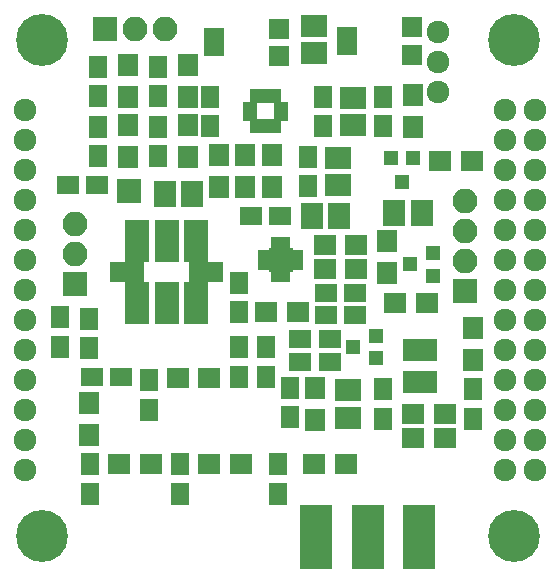
<source format=gts>
G04 #@! TF.FileFunction,Soldermask,Top*
%FSLAX46Y46*%
G04 Gerber Fmt 4.6, Leading zero omitted, Abs format (unit mm)*
G04 Created by KiCad (PCBNEW 4.0.7-e2-6376~61~ubuntu18.04.1) date Fri Jul  6 09:43:53 2018*
%MOMM*%
%LPD*%
G01*
G04 APERTURE LIST*
%ADD10C,0.100000*%
%ADD11R,2.200000X1.950000*%
%ADD12R,1.900000X1.650000*%
%ADD13R,1.650000X1.900000*%
%ADD14R,1.950000X2.200000*%
%ADD15R,2.100000X2.100000*%
%ADD16O,2.100000X2.100000*%
%ADD17R,2.690000X5.480000*%
%ADD18R,2.820000X5.480000*%
%ADD19R,1.900000X1.700000*%
%ADD20R,1.700000X1.900000*%
%ADD21R,1.300000X1.200000*%
%ADD22R,1.200000X1.300000*%
%ADD23R,1.700000X1.700000*%
%ADD24R,1.700000X2.400000*%
%ADD25R,1.213000X0.705000*%
%ADD26R,0.705000X1.213000*%
%ADD27R,0.650000X1.100000*%
%ADD28R,1.100000X0.650000*%
%ADD29R,2.050000X2.050000*%
%ADD30R,2.100000X3.550000*%
%ADD31R,2.900000X1.700000*%
%ADD32R,2.950000X1.700000*%
%ADD33C,4.400000*%
%ADD34C,1.924000*%
%ADD35R,1.050000X1.960000*%
G04 APERTURE END LIST*
D10*
D11*
X177419000Y-91980000D03*
X177419000Y-89630000D03*
X176530000Y-72295000D03*
X176530000Y-69945000D03*
X174498000Y-61119000D03*
X174498000Y-58769000D03*
D12*
X178034000Y-83312000D03*
X175534000Y-83312000D03*
D13*
X156210000Y-67330000D03*
X156210000Y-69830000D03*
X161290000Y-67330000D03*
X161290000Y-69830000D03*
D12*
X156190000Y-72263000D03*
X153690000Y-72263000D03*
D13*
X156210000Y-64750000D03*
X156210000Y-62250000D03*
D12*
X175875000Y-85344000D03*
X173375000Y-85344000D03*
X173375000Y-87249000D03*
X175875000Y-87249000D03*
D13*
X161290000Y-64750000D03*
X161290000Y-62250000D03*
X165735000Y-64790000D03*
X165735000Y-67290000D03*
D14*
X176689000Y-74930000D03*
X174339000Y-74930000D03*
D13*
X180340000Y-64790000D03*
X180340000Y-67290000D03*
D11*
X177800000Y-67215000D03*
X177800000Y-64865000D03*
D13*
X172466000Y-89428000D03*
X172466000Y-91928000D03*
D14*
X181324000Y-74676000D03*
X183674000Y-74676000D03*
D12*
X169184000Y-74930000D03*
X171684000Y-74930000D03*
D13*
X170434000Y-88499000D03*
X170434000Y-85999000D03*
D14*
X164243000Y-73025000D03*
X161893000Y-73025000D03*
D13*
X168148000Y-83038000D03*
X168148000Y-80538000D03*
X160528000Y-91293000D03*
X160528000Y-88793000D03*
X153035000Y-83459000D03*
X153035000Y-85959000D03*
X175260000Y-64790000D03*
X175260000Y-67290000D03*
X155448000Y-83586000D03*
X155448000Y-86086000D03*
D12*
X155722000Y-88519000D03*
X158222000Y-88519000D03*
D13*
X187960000Y-89555000D03*
X187960000Y-92055000D03*
X180340000Y-92055000D03*
X180340000Y-89555000D03*
X155575000Y-98405000D03*
X155575000Y-95905000D03*
X163195000Y-98405000D03*
X163195000Y-95905000D03*
X171450000Y-98405000D03*
X171450000Y-95905000D03*
D15*
X156845000Y-59055000D03*
D16*
X159385000Y-59055000D03*
X161925000Y-59055000D03*
D15*
X158877000Y-72771000D03*
X154305000Y-80645000D03*
D16*
X154305000Y-78105000D03*
X154305000Y-75565000D03*
D15*
X187325000Y-81280000D03*
D16*
X187325000Y-78740000D03*
X187325000Y-76200000D03*
X187325000Y-73660000D03*
D17*
X179070000Y-102050000D03*
D18*
X174690000Y-102050000D03*
X183450000Y-102050000D03*
D12*
X178034000Y-81407000D03*
X175534000Y-81407000D03*
D19*
X173181000Y-83058000D03*
X170481000Y-83058000D03*
D13*
X173990000Y-72370000D03*
X173990000Y-69870000D03*
D19*
X165688000Y-88646000D03*
X162988000Y-88646000D03*
D13*
X168148000Y-88499000D03*
X168148000Y-85999000D03*
D20*
X155448000Y-93425000D03*
X155448000Y-90725000D03*
D19*
X160735000Y-95885000D03*
X158035000Y-95885000D03*
X168355000Y-95885000D03*
X165655000Y-95885000D03*
X177245000Y-95885000D03*
X174545000Y-95885000D03*
D21*
X179816000Y-86929000D03*
X179816000Y-85029000D03*
X177816000Y-85979000D03*
X184642000Y-79944000D03*
X184642000Y-78044000D03*
X182642000Y-78994000D03*
D22*
X182941000Y-69993000D03*
X181041000Y-69993000D03*
X181991000Y-71993000D03*
D20*
X174625000Y-89455000D03*
X174625000Y-92155000D03*
X158750000Y-67230000D03*
X158750000Y-69930000D03*
X163830000Y-69930000D03*
X163830000Y-67230000D03*
D19*
X175434000Y-79375000D03*
X178134000Y-79375000D03*
D20*
X158750000Y-64850000D03*
X158750000Y-62150000D03*
X163830000Y-62150000D03*
X163830000Y-64850000D03*
X180721000Y-79709000D03*
X180721000Y-77009000D03*
X187960000Y-87075000D03*
X187960000Y-84375000D03*
X170942000Y-69770000D03*
X170942000Y-72470000D03*
D19*
X175434000Y-77343000D03*
X178134000Y-77343000D03*
D20*
X168656000Y-69770000D03*
X168656000Y-72470000D03*
X166497000Y-69770000D03*
X166497000Y-72470000D03*
X182880000Y-64690000D03*
X182880000Y-67390000D03*
D19*
X187913000Y-70231000D03*
X185213000Y-70231000D03*
X182927000Y-91694000D03*
X185627000Y-91694000D03*
X181403000Y-82296000D03*
X184103000Y-82296000D03*
D23*
X182836000Y-61221000D03*
D24*
X177336000Y-60071000D03*
D23*
X182836000Y-58921000D03*
X171533000Y-61348000D03*
D24*
X166033000Y-60198000D03*
D23*
X171533000Y-59048000D03*
D25*
X169159000Y-65540000D03*
D26*
X171434000Y-64765000D03*
D25*
X171709000Y-66540000D03*
D26*
X169434000Y-67315000D03*
X169934000Y-67315000D03*
X170434000Y-67315000D03*
X170934000Y-67315000D03*
X171434000Y-67315000D03*
D25*
X171709000Y-66040000D03*
X171709000Y-65540000D03*
D26*
X170934000Y-64765000D03*
X170434000Y-64765000D03*
X169934000Y-64765000D03*
X169434000Y-64765000D03*
D25*
X169159000Y-66040000D03*
X169159000Y-66540000D03*
D27*
X172204000Y-77213000D03*
X171704000Y-77213000D03*
X171204000Y-77213000D03*
D28*
X170304000Y-78113000D03*
X170304000Y-78613000D03*
X170304000Y-79113000D03*
D27*
X171204000Y-80013000D03*
X171704000Y-80013000D03*
X172204000Y-80013000D03*
D28*
X173104000Y-79113000D03*
X173104000Y-78613000D03*
X173104000Y-78113000D03*
D29*
X171704000Y-78613000D03*
D30*
X159552000Y-82229000D03*
X162052000Y-82229000D03*
X164552000Y-82229000D03*
X164552000Y-77029000D03*
X162052000Y-77029000D03*
X159552000Y-77029000D03*
D31*
X158702000Y-79629000D03*
D32*
X165402000Y-79629000D03*
D33*
X191501100Y-60003600D03*
D34*
X150041100Y-65903600D03*
X150041100Y-68443600D03*
X150041100Y-70983600D03*
X150041100Y-73523600D03*
X150041100Y-76063600D03*
X150041100Y-78603600D03*
X150041100Y-81143600D03*
X150041100Y-83683600D03*
X150041100Y-86223600D03*
X150041100Y-88763600D03*
X150041100Y-91303600D03*
X150041100Y-93843600D03*
X150041100Y-96383600D03*
X193221100Y-96383600D03*
X190681100Y-96383600D03*
X193221100Y-93843600D03*
X190681100Y-93843600D03*
X193221100Y-91303600D03*
X190681100Y-91303600D03*
X193221100Y-88763600D03*
X190681100Y-88763600D03*
X193221100Y-86223600D03*
X190681100Y-86223600D03*
X193221100Y-83683600D03*
X190681100Y-83683600D03*
X193221100Y-81143600D03*
X190681100Y-81143600D03*
X193221100Y-78603600D03*
X190681100Y-78603600D03*
X193221100Y-76063600D03*
X190681100Y-76063600D03*
X193221100Y-73523600D03*
X190681100Y-73523600D03*
X193221100Y-70983600D03*
X190681100Y-70983600D03*
X193221100Y-68443600D03*
X190681100Y-68443600D03*
X193221100Y-65903600D03*
X190681100Y-65903600D03*
X185061100Y-59323600D03*
X185061100Y-61863600D03*
X185061100Y-64403600D03*
D33*
X151501100Y-60003600D03*
X151501100Y-102003600D03*
X191501100Y-102003600D03*
D35*
X182565000Y-88980000D03*
X183515000Y-88980000D03*
X184465000Y-88980000D03*
X184465000Y-86280000D03*
X182565000Y-86280000D03*
X183515000Y-86280000D03*
D19*
X182927000Y-93726000D03*
X185627000Y-93726000D03*
M02*

</source>
